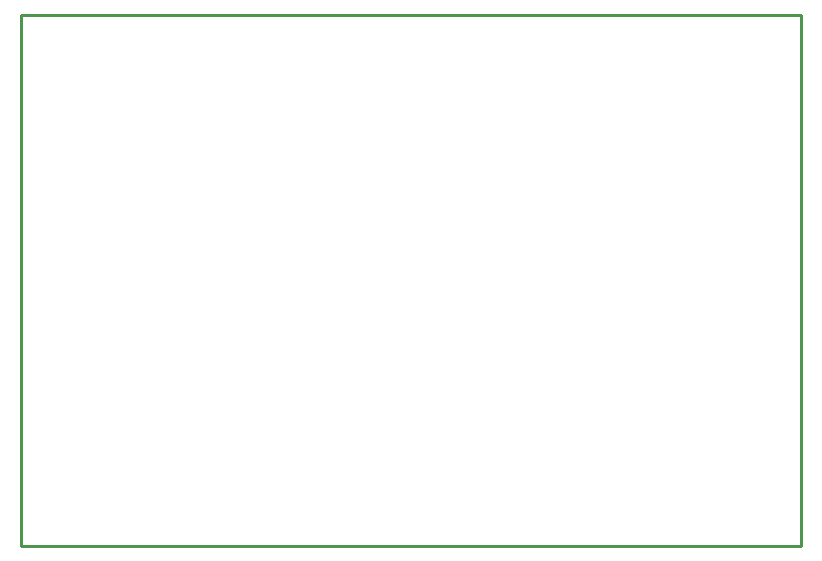
<source format=gko>
G04 Layer: BoardOutlineLayer*
G04 EasyEDA v6.5.23, 2023-08-12 17:46:20*
G04 Gerber Generator version 0.2*
G04 Scale: 100 percent, Rotated: No, Reflected: No *
G04 Dimensions in millimeters *
G04 leading zeros omitted , absolute positions ,4 integer and 5 decimal *
%FSLAX45Y45*%
%MOMM*%

%ADD10C,0.2540*%
D10*
X0Y9999979D02*
G01*
X6604000Y9999979D01*
X6604000Y5499862D01*
X0Y5499862D01*
X0Y9999979D01*

%LPD*%
M02*

</source>
